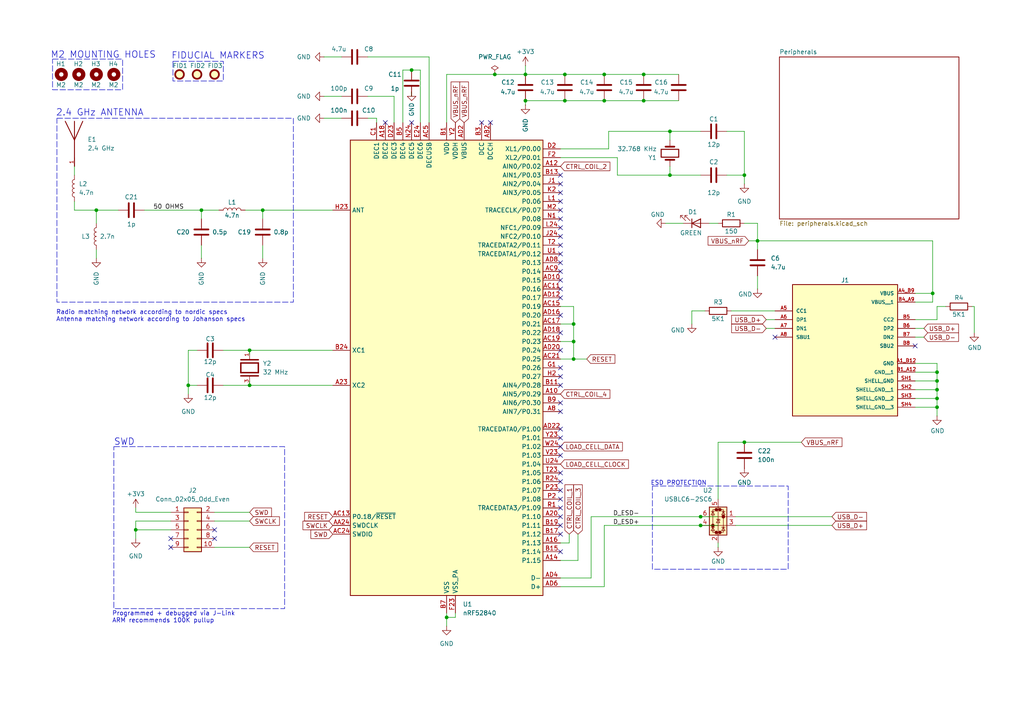
<source format=kicad_sch>
(kicad_sch (version 20250114) (generator "eeschema") (generator_version "9.0")
  (paper "A4")
  (title_block (title "Precision Powder Dispenser") (company "Belal Elsherbini"))
  (lib_symbols
    (symbol "2450AT18A0100001E:2450AT18A0100001E" (pin_names (offset 1.016))
      (property "Reference" "E" (at 3.175 5.715 0))
      (property "Value" "2450AT18A0100001E" (at 3.175 3.175 0))
      (symbol "2450AT18A0100001E_0_0"
        (polyline (pts (xy 0 8.001) (xy 0 2.54)) (stroke (width 0.254)))
        (polyline (pts (xy 0 2.54) (xy -2.667 8.001)) (stroke (width 0.254)))
        (polyline (pts (xy 0 2.54) (xy 0 -5.08)) (stroke (width 0.254)))
        (polyline (pts (xy 2.413 8.001) (xy 0 2.54)) (stroke (width 0.254)))
        (pin input line (at 0 -5.08 90) (length 2.54) (name "~") (number "1"))
      )
    )
    (symbol "Connector_Generic:Conn_02x05_Odd_Even" (pin_names (offset 1.016) (hide yes))
      (property "Reference" "J" (at 1.27 7.62 0))
      (property "Value" "Conn_02x05_Odd_Even" (at 1.27 -7.62 0))
      (symbol "Conn_02x05_Odd_Even_1_1"
        (rectangle (start -1.27 6.35) (end 3.81 -6.35) (stroke (width 0.254)) (fill (type background)))
        (rectangle (start -1.27 5.207) (end 0 4.953) (stroke (width 0.1524)))
        (rectangle (start -1.27 2.667) (end 0 2.413) (stroke (width 0.1524)))
        (rectangle (start -1.27 0.127) (end 0 -0.127) (stroke (width 0.1524)))
        (rectangle (start -1.27 -2.413) (end 0 -2.667) (stroke (width 0.1524)))
        (rectangle (start -1.27 -4.953) (end 0 -5.207) (stroke (width 0.1524)))
        (rectangle (start 3.81 5.207) (end 2.54 4.953) (stroke (width 0.1524)))
        (rectangle (start 3.81 2.667) (end 2.54 2.413) (stroke (width 0.1524)))
        (rectangle (start 3.81 0.127) (end 2.54 -0.127) (stroke (width 0.1524)))
        (rectangle (start 3.81 -2.413) (end 2.54 -2.667) (stroke (width 0.1524)))
        (rectangle (start 3.81 -4.953) (end 2.54 -5.207) (stroke (width 0.1524)))
        (pin passive line (at -5.08 5.08 0) (length 3.81) (name "Pin_1") (number "1"))
        (pin passive line (at -5.08 2.54 0) (length 3.81) (name "Pin_3") (number "3"))
        (pin passive line (at -5.08 0 0) (length 3.81) (name "Pin_5") (number "5"))
        (pin passive line (at -5.08 -2.54 0) (length 3.81) (name "Pin_7") (number "7"))
        (pin passive line (at -5.08 -5.08 0) (length 3.81) (name "Pin_9") (number "9"))
        (pin passive line (at 7.62 5.08 180) (length 3.81) (name "Pin_2") (number "2"))
        (pin passive line (at 7.62 2.54 180) (length 3.81) (name "Pin_4") (number "4"))
        (pin passive line (at 7.62 0 180) (length 3.81) (name "Pin_6") (number "6"))
        (pin passive line (at 7.62 -2.54 180) (length 3.81) (name "Pin_8") (number "8"))
        (pin passive line (at 7.62 -5.08 180) (length 3.81) (name "Pin_10") (number "10"))
      )
    )
    (symbol "Device:C" (pin_numbers (hide yes)) (pin_names (offset 0.254))
      (property "Reference" "C" (at 0.635 2.54 0))
      (property "Value" "C" (at 0.635 -2.54 0))
      (symbol "C_0_1"
        (polyline (pts (xy -2.032 0.762) (xy 2.032 0.762)) (stroke (width 0.508)))
        (polyline (pts (xy -2.032 -0.762) (xy 2.032 -0.762)) (stroke (width 0.508)))
      )
      (symbol "C_1_1"
        (pin passive line (at 0 3.81 270) (length 2.794) (name "~") (number "1"))
        (pin passive line (at 0 -3.81 90) (length 2.794) (name "~") (number "2"))
      )
    )
    (symbol "Device:Crystal" (pin_numbers (hide yes)) (pin_names (offset 1.016) (hide yes))
      (property "Reference" "Y" (at 0 3.81 0))
      (property "Value" "Crystal" (at 0 -3.81 0))
      (symbol "Crystal_0_1"
        (polyline (pts (xy -2.54 0) (xy -1.905 0)))
        (polyline (pts (xy -1.905 -1.27) (xy -1.905 1.27)) (stroke (width 0.508)))
        (rectangle (start -1.143 2.54) (end 1.143 -2.54) (stroke (width 0.3048)))
        (polyline (pts (xy 1.905 -1.27) (xy 1.905 1.27)) (stroke (width 0.508)))
        (polyline (pts (xy 2.54 0) (xy 1.905 0)))
      )
      (symbol "Crystal_1_1"
        (pin passive line (at -3.81 0 0) (length 1.27) (name "1") (number "1"))
        (pin passive line (at 3.81 0 180) (length 1.27) (name "2") (number "2"))
      )
    )
    (symbol "Device:L" (pin_numbers (hide yes)) (pin_names (offset 1.016) (hide yes))
      (property "Reference" "L" (at -1.27 0 90))
      (property "Value" "L" (at 1.905 0 90))
      (symbol "L_0_1"
        (arc (start 0 2.54) (mid 0.6323 1.905) (end 0 1.27))
        (arc (start 0 1.27) (mid 0.6323 0.635) (end 0 0))
        (arc (start 0 0) (mid 0.6323 -0.635) (end 0 -1.27))
        (arc (start 0 -1.27) (mid 0.6323 -1.905) (end 0 -2.54))
      )
      (symbol "L_1_1"
        (pin passive line (at 0 3.81 270) (length 1.27) (name "1") (number "1"))
        (pin passive line (at 0 -3.81 90) (length 1.27) (name "2") (number "2"))
      )
    )
    (symbol "Device:LED" (pin_numbers (hide yes)) (pin_names (offset 1.016) (hide yes))
      (property "Reference" "D" (at 0 2.54 0))
      (property "Value" "LED" (at 0 -2.54 0))
      (symbol "LED_0_1"
        (polyline (pts (xy -3.048 -0.762) (xy -4.572 -2.286) (xy -3.81 -2.286) (xy -4.572 -2.286) (xy -4.572 -1.524)))
        (polyline (pts (xy -1.778 -0.762) (xy -3.302 -2.286) (xy -2.54 -2.286) (xy -3.302 -2.286) (xy -3.302 -1.524)))
        (polyline (pts (xy -1.27 0) (xy 1.27 0)))
        (polyline (pts (xy -1.27 -1.27) (xy -1.27 1.27)) (stroke (width 0.254)))
        (polyline (pts (xy 1.27 -1.27) (xy 1.27 1.27) (xy -1.27 0) (xy 1.27 -1.27)) (stroke (width 0.254)))
      )
      (symbol "LED_1_1"
        (pin passive line (at -3.81 0 0) (length 2.54) (name "K") (number "1"))
        (pin passive line (at 3.81 0 180) (length 2.54) (name "A") (number "2"))
      )
    )
    (symbol "Device:R" (pin_numbers (hide yes)) (pin_names (offset 0))
      (property "Reference" "R" (at 2.032 0 90))
      (property "Value" "R" (at 0 0 90))
      (symbol "R_0_1"
        (rectangle (start -1.016 -2.54) (end 1.016 2.54) (stroke (width 0.254)))
      )
      (symbol "R_1_1"
        (pin passive line (at 0 3.81 270) (length 1.27) (name "~") (number "1"))
        (pin passive line (at 0 -3.81 90) (length 1.27) (name "~") (number "2"))
      )
    )
    (symbol "MCU_Nordic:nRF52840"
      (property "Reference" "U" (at 0 5.08 0))
      (property "Value" "nRF52840" (at 0 2.54 0))
      (symbol "nRF52840_0_1"
        (rectangle (start -27.94 66.04) (end 27.94 -66.04) (stroke (width 0.254)) (fill (type background)))
      )
      (symbol "nRF52840_1_1"
        (pin passive line (at -33.02 45.72 0) (length 5.08) (name "ANT") (number "H23"))
        (pin input line (at -33.02 5.08 0) (length 5.08) (name "XC1") (number "B24"))
        (pin input line (at -33.02 -5.08 0) (length 5.08) (name "XC2") (number "A23"))
        (pin bidirectional line (at -33.02 -43.18 0) (length 5.08) (name "P0.18/~{RESET}") (number "AC13"))
        (pin input line (at -33.02 -45.72 0) (length 5.08) (name "SWDCLK") (number "AA24"))
        (pin bidirectional line (at -33.02 -48.26 0) (length 5.08) (name "SWDIO") (number "AC24"))
        (pin passive line (at -20.32 71.12 270) (length 5.08) (name "DEC1") (number "C1"))
        (pin passive line (at -17.78 71.12 270) (length 5.08) (name "DEC2") (number "A18"))
        (pin passive line (at -15.24 71.12 270) (length 5.08) (name "DEC3") (number "D23"))
        (pin passive line (at -12.7 71.12 270) (length 5.08) (name "DEC4") (number "B5"))
        (pin passive line (at -10.16 71.12 270) (length 5.08) (name "DEC5") (number "N24"))
        (pin passive line (at -7.62 71.12 270) (length 5.08) (name "DEC6") (number "E24"))
        (pin passive line (at -5.08 71.12 270) (length 5.08) (name "DECUSB") (number "AC5"))
        (pin passive line (at 0 71.12 270) (length 5.08) (hide yes) (name "VDD") (number "A22"))
        (pin passive line (at 0 71.12 270) (length 5.08) (hide yes) (name "VDD") (number "AD14"))
        (pin passive line (at 0 71.12 270) (length 5.08) (hide yes) (name "VDD") (number "AD23"))
        (pin power_in line (at 0 71.12 270) (length 5.08) (name "VDD") (number "B1"))
        (pin passive line (at 0 71.12 270) (length 5.08) (hide yes) (name "VDD") (number "W1"))
        (pin power_in line (at 0 -71.12 90) (length 5.08) (name "VSS") (number "B7"))
        (pin passive line (at 0 -71.12 90) (length 5.08) (hide yes) (name "VSS") (number "EP"))
        (pin power_in line (at 2.54 71.12 270) (length 5.08) (name "VDDH") (number "Y2"))
        (pin power_in line (at 2.54 -71.12 90) (length 5.08) (name "VSS_PA") (number "F23"))
        (pin power_in line (at 5.08 71.12 270) (length 5.08) (name "VBUS") (number "AD2"))
        (pin power_out line (at 10.16 71.12 270) (length 5.08) (name "DCC") (number "B3"))
        (pin power_out line (at 12.7 71.12 270) (length 5.08) (name "DCCH") (number "AB2"))
        (pin bidirectional line (at 33.02 63.5 180) (length 5.08) (name "XL1/P0.00") (number "D2"))
        (pin bidirectional line (at 33.02 60.96 180) (length 5.08) (name "XL2/P0.01") (number "F2"))
        (pin bidirectional line (at 33.02 58.42 180) (length 5.08) (name "AIN0/P0.02") (number "A12"))
        (pin bidirectional line (at 33.02 55.88 180) (length 5.08) (name "AIN1/P0.03") (number "B13"))
        (pin bidirectional line (at 33.02 53.34 180) (length 5.08) (name "AIN2/P0.04") (number "J1"))
        (pin bidirectional line (at 33.02 50.8 180) (length 5.08) (name "AIN3/P0.05") (number "K2"))
        (pin bidirectional line (at 33.02 48.26 180) (length 5.08) (name "P0.06") (number "L1"))
        (pin bidirectional line (at 33.02 45.72 180) (length 5.08) (name "TRACECLK/P0.07") (number "M2"))
        (pin bidirectional line (at 33.02 43.18 180) (length 5.08) (name "P0.08") (number "N1"))
        (pin bidirectional line (at 33.02 40.64 180) (length 5.08) (name "NFC1/P0.09") (number "L24"))
        (pin bidirectional line (at 33.02 38.1 180) (length 5.08) (name "NFC2/P0.10") (number "J24"))
        (pin bidirectional line (at 33.02 35.56 180) (length 5.08) (name "TRACEDATA2/P0.11") (number "T2"))
        (pin bidirectional line (at 33.02 33.02 180) (length 5.08) (name "TRACEDATA1/P0.12") (number "U1"))
        (pin bidirectional line (at 33.02 30.48 180) (length 5.08) (name "P0.13") (number "AD8"))
        (pin bidirectional line (at 33.02 27.94 180) (length 5.08) (name "P0.14") (number "AC9"))
        (pin bidirectional line (at 33.02 25.4 180) (length 5.08) (name "P0.15") (number "AD10"))
        (pin bidirectional line (at 33.02 22.86 180) (length 5.08) (name "P0.16") (number "AC11"))
        (pin bidirectional line (at 33.02 20.32 180) (length 5.08) (name "P0.17") (number "AD12"))
        (pin bidirectional line (at 33.02 17.78 180) (length 5.08) (name "P0.19") (number "AC15"))
        (pin bidirectional line (at 33.02 15.24 180) (length 5.08) (name "P0.20") (number "AD16"))
        (pin bidirectional line (at 33.02 12.7 180) (length 5.08) (name "P0.21") (number "AC17"))
        (pin bidirectional line (at 33.02 10.16 180) (length 5.08) (name "P0.22") (number "AD18"))
        (pin bidirectional line (at 33.02 7.62 180) (length 5.08) (name "P0.23") (number "AC19"))
        (pin bidirectional line (at 33.02 5.08 180) (length 5.08) (name "P0.24") (number "AD20"))
        (pin bidirectional line (at 33.02 2.54 180) (length 5.08) (name "P0.25") (number "AC21"))
        (pin bidirectional line (at 33.02 0 180) (length 5.08) (name "P0.26") (number "G1"))
        (pin bidirectional line (at 33.02 -2.54 180) (length 5.08) (name "P0.27") (number "H2"))
        (pin bidirectional line (at 33.02 -5.08 180) (length 5.08) (name "AIN4/P0.28") (number "B11"))
        (pin bidirectional line (at 33.02 -7.62 180) (length 5.08) (name "AIN5/P0.29") (number "A10"))
        (pin bidirectional line (at 33.02 -10.16 180) (length 5.08) (name "AIN6/P0.30") (number "B9"))
        (pin bidirectional line (at 33.02 -12.7 180) (length 5.08) (name "AIN7/P0.31") (number "A8"))
        (pin bidirectional line (at 33.02 -17.78 180) (length 5.08) (name "TRACEDATA0/P1.00") (number "AD22"))
        (pin bidirectional line (at 33.02 -20.32 180) (length 5.08) (name "P1.01") (number "Y23"))
        (pin bidirectional line (at 33.02 -22.86 180) (length 5.08) (name "P1.02") (number "W24"))
        (pin bidirectional line (at 33.02 -25.4 180) (length 5.08) (name "P1.03") (number "V23"))
        (pin bidirectional line (at 33.02 -27.94 180) (length 5.08) (name "P1.04") (number "U24"))
        (pin bidirectional line (at 33.02 -30.48 180) (length 5.08) (name "P1.05") (number "T23"))
        (pin bidirectional line (at 33.02 -33.02 180) (length 5.08) (name "P1.06") (number "R24"))
        (pin bidirectional line (at 33.02 -35.56 180) (length 5.08) (name "P1.07") (number "P23"))
        (pin bidirectional line (at 33.02 -38.1 180) (length 5.08) (name "P1.08") (number "P2"))
        (pin bidirectional line (at 33.02 -40.64 180) (length 5.08) (name "TRACEDATA3/P1.09") (number "R1"))
        (pin bidirectional line (at 33.02 -43.18 180) (length 5.08) (name "P1.10") (number "A20"))
        (pin bidirectional line (at 33.02 -45.72 180) (length 5.08) (name "P1.11") (number "B19"))
        (pin bidirectional line (at 33.02 -48.26 180) (length 5.08) (name "P1.12") (number "B17"))
        (pin bidirectional line (at 33.02 -50.8 180) (length 5.08) (name "P1.13") (number "A16"))
        (pin bidirectional line (at 33.02 -53.34 180) (length 5.08) (name "P1.14") (number "B15"))
        (pin bidirectional line (at 33.02 -55.88 180) (length 5.08) (name "P1.15") (number "A14"))
        (pin bidirectional line (at 33.02 -60.96 180) (length 5.08) (name "D-") (number "AD4"))
        (pin bidirectional line (at 33.02 -63.5 180) (length 5.08) (name "D+") (number "AD6"))
      )
    )
    (symbol "Mechanical:Fiducial" (in_bom no)
      (property "Reference" "FID" (at 0 5.08 0))
      (property "Value" "Fiducial" (at 0 3.175 0))
      (symbol "Fiducial_0_1"
        (circle (center 0 0) (radius 1.27) (stroke (width 0.508)) (fill (type background)))
      )
    )
    (symbol "Mechanical:MountingHole" (pin_names (offset 1.016)) (in_bom no)
      (property "Reference" "H" (at 0 5.08 0))
      (property "Value" "MountingHole" (at 0 3.175 0))
      (symbol "MountingHole_0_1"
        (circle (center 0 0) (radius 1.27) (stroke (width 1.27)))
      )
    )
    (symbol "Power_Protection:USBLC6-2SC6" (pin_names (hide yes))
      (property "Reference" "U" (at 0.635 5.715 0))
      (property "Value" "USBLC6-2SC6" (at 0.635 3.81 0))
      (symbol "USBLC6-2SC6_0_0"
        (circle (center -1.524 0) (radius 0.0001) (stroke (width 0.508)))
        (circle (center -0.508 2.032) (radius 0.0001) (stroke (width 0.508)))
        (circle (center -0.508 -4.572) (radius 0.0001) (stroke (width 0.508)))
        (circle (center 0.508 2.032) (radius 0.0001) (stroke (width 0.508)))
        (circle (center 0.508 -4.572) (radius 0.0001) (stroke (width 0.508)))
        (circle (center 1.524 -2.54) (radius 0.0001) (stroke (width 0.508)))
      )
      (symbol "USBLC6-2SC6_0_1"
        (polyline (pts (xy -2.54 0) (xy 2.54 0)))
        (polyline (pts (xy -2.54 -2.54) (xy 2.54 -2.54)))
        (polyline (pts (xy -2.032 0.508) (xy -1.016 0.508) (xy -1.524 1.524) (xy -2.032 0.508)))
        (polyline (pts (xy -2.032 -3.048) (xy -1.016 -3.048)))
        (polyline (pts (xy -1.016 1.524) (xy -2.032 1.524)))
        (polyline (pts (xy -1.016 -4.064) (xy -2.032 -4.064) (xy -1.524 -3.048) (xy -1.016 -4.064)))
        (polyline (pts (xy -0.508 -1.143) (xy -0.508 -0.762) (xy 0.508 -0.762)))
        (polyline (pts (xy 0 2.54) (xy -0.508 2.032) (xy 0.508 2.032) (xy 0 1.524) (xy 0 -4.064) (xy -0.508 -4.572) (xy 0.508 -4.572) (xy 0 -5.08)))
        (polyline (pts (xy 0.508 -1.778) (xy -0.508 -1.778) (xy 0 -0.762) (xy 0.508 -1.778)))
        (polyline (pts (xy 1.016 1.524) (xy 2.032 1.524)))
        (polyline (pts (xy 1.016 -3.048) (xy 2.032 -3.048)))
        (polyline (pts (xy 2.032 0.508) (xy 1.016 0.508) (xy 1.524 1.524) (xy 2.032 0.508)))
        (polyline (pts (xy 2.032 -4.064) (xy 1.016 -4.064) (xy 1.524 -3.048) (xy 2.032 -4.064)))
      )
      (symbol "USBLC6-2SC6_1_1"
        (rectangle (start -2.54 2.794) (end 2.54 -5.334) (stroke (width 0.254)) (fill (type background)))
        (polyline (pts (xy -0.508 2.032) (xy -1.524 2.032) (xy -1.524 -4.572) (xy -0.508 -4.572)))
        (polyline (pts (xy 0.508 -4.572) (xy 1.524 -4.572) (xy 1.524 2.032) (xy 0.508 2.032)))
        (pin passive line (at -5.08 0 0) (length 2.54) (name "I/O1") (number "1"))
        (pin passive line (at -5.08 -2.54 0) (length 2.54) (name "I/O2") (number "3"))
        (pin passive line (at 0 5.08 270) (length 2.54) (name "VBUS") (number "5"))
        (pin passive line (at 0 -7.62 90) (length 2.54) (name "GND") (number "2"))
        (pin passive line (at 5.08 0 180) (length 2.54) (name "I/O1") (number "6"))
        (pin passive line (at 5.08 -2.54 180) (length 2.54) (name "I/O2") (number "4"))
      )
    )
    (symbol "USB4105-GF-A:USB4105-GF-A" (pin_names (offset 1.016))
      (property "Reference" "J" (at -15.24 13.97 0))
      (property "Value" "USB4105-GF-A" (at -15.24 -27.94 0))
      (symbol "USB4105-GF-A_0_0"
        (rectangle (start -15.24 -25.4) (end 15.24 12.7) (stroke (width 0.254)) (fill (type background)))
        (pin bidirectional line (at -20.32 5.08 0) (length 5.08) (name "CC1") (number "A5"))
        (pin bidirectional line (at -20.32 2.54 0) (length 5.08) (name "DP1") (number "A6"))
        (pin bidirectional line (at -20.32 0 0) (length 5.08) (name "DN1") (number "A7"))
        (pin bidirectional line (at -20.32 -2.54 0) (length 5.08) (name "SBU1") (number "A8"))
        (pin power_in line (at 20.32 10.16 180) (length 5.08) (name "VBUS") (number "A4_B9"))
        (pin power_in line (at 20.32 7.62 180) (length 5.08) (name "VBUS__1") (number "B4_A9"))
        (pin bidirectional line (at 20.32 2.54 180) (length 5.08) (name "CC2") (number "B5"))
        (pin bidirectional line (at 20.32 0 180) (length 5.08) (name "DP2") (number "B6"))
        (pin bidirectional line (at 20.32 -2.54 180) (length 5.08) (name "DN2") (number "B7"))
        (pin bidirectional line (at 20.32 -5.08 180) (length 5.08) (name "SBU2") (number "B8"))
        (pin power_in line (at 20.32 -10.16 180) (length 5.08) (name "GND") (number "A1_B12"))
        (pin power_in line (at 20.32 -12.7 180) (length 5.08) (name "GND__1") (number "B1_A12"))
        (pin power_in line (at 20.32 -15.24 180) (length 5.08) (name "SHELL_GND") (number "SH1"))
        (pin power_in line (at 20.32 -17.78 180) (length 5.08) (name "SHELL_GND__1") (number "SH2"))
        (pin power_in line (at 20.32 -20.32 180) (length 5.08) (name "SHELL_GND__2") (number "SH3"))
        (pin power_in line (at 20.32 -22.86 180) (length 5.08) (name "SHELL_GND__3") (number "SH4"))
      )
    )
    (symbol "XRCGB32M000F2P01R0:XRCGB32M000F2P01R0" (pin_names (offset 1.016))
      (property "Reference" "Y" (at -5.0878 3.8159 0))
      (property "Value" "XRCGB32M000F2P01R0" (at -5.0944 -5.0944 0))
      (symbol "XRCGB32M000F2P01R0_0_0"
        (polyline (pts (xy -2.3368 2.54) (xy -2.3368 -2.54)) (stroke (width 0.4064)))
        (polyline (pts (xy -1.397 2.54) (xy -1.397 -2.54)) (stroke (width 0.4064)))
        (polyline (pts (xy -1.397 2.54) (xy 1.397 2.54)) (stroke (width 0.4064)))
        (polyline (pts (xy 1.397 2.54) (xy 1.397 -2.54)) (stroke (width 0.4064)))
        (polyline (pts (xy 1.397 -2.54) (xy -1.397 -2.54)) (stroke (width 0.4064)))
        (polyline (pts (xy 2.3368 2.54) (xy 2.3368 -2.54)) (stroke (width 0.4064)))
        (pin passive line (at -5.08 0 0) (length 2.54) (name "~") (number "1"))
        (pin passive line (at 5.08 0 180) (length 2.54) (name "~") (number "3"))
      )
    )
    (symbol "power:+3V3" (power) (pin_numbers (hide yes)) (pin_names (offset 0) (hide yes))
      (property "Value" "+3V3" (at 0 3.556 0))
      (symbol "+3V3_0_1"
        (polyline (pts (xy -0.762 1.27) (xy 0 2.54)))
        (polyline (pts (xy 0 2.54) (xy 0.762 1.27)))
        (polyline (pts (xy 0 0) (xy 0 2.54)))
      )
      (symbol "+3V3_1_1"
        (pin power_in line (at 0 0 90) (length 0) (name "~") (number "1"))
      )
    )
    (symbol "power:GND" (power) (pin_numbers (hide yes)) (pin_names (offset 0) (hide yes))
      (property "Value" "GND" (at 0 -3.81 0))
      (symbol "GND_0_1"
        (polyline (pts (xy 0 0) (xy 0 -1.27) (xy 1.27 -1.27) (xy 0 -2.54) (xy -1.27 -1.27) (xy 0 -1.27)))
      )
      (symbol "GND_1_1"
        (pin power_in line (at 0 0 270) (length 0) (name "~") (number "1"))
      )
    )
    (symbol "power:PWR_FLAG" (power) (pin_numbers (hide yes)) (pin_names (offset 0) (hide yes))
      (property "Value" "PWR_FLAG" (at 0 3.81 0))
      (symbol "PWR_FLAG_0_0"
        (pin power_out line (at 0 0 90) (length 0) (name "~") (number "1"))
      )
      (symbol "PWR_FLAG_0_1"
        (polyline (pts (xy 0 0) (xy 0 1.27) (xy -1.016 1.905) (xy 0 2.54) (xy 1.016 1.905) (xy 0 1.27)))
      )
    )
  )
  (rectangle (start 50.165 17.78) (end 64.77 23.495) (stroke (width 0) (type dash)))
  (rectangle (start 16.51 34.29) (end 85.09 87.63) (stroke (width 0) (type dash)))
  (rectangle (start 15.24 17.145) (end 35.56 26.035) (stroke (width 0) (type dash)))
  (rectangle (start 33.02 129.54) (end 82.55 176.53) (stroke (width 0) (type dash)))
  (rectangle (start 189.23 140.97) (end 228.6 165.1) (stroke (width 0) (type dash)))
  (text "SWD" (at 36.068 128.27 0) (effects (font (size 1.905 1.905))))
  (text "2.4 GHz ANTENNA" (at 28.956 32.766 0) (effects (font (size 1.905 1.905))))
  (text "ESD PROTECTION" (at 196.85 140.208 0) (effects (font (size 1.27 1.27))))
  (text "Programmed + debugged via J-Link\nARM recommends 100K pullup" (at 32.512 179.07 0) (effects (font (size 1.27 1.27)) (justify left)))
  (text "M2 MOUNTING HOLES\n" (at 29.972 16.002 0) (effects (font (size 1.905 1.905))))
  (text "FIDUCIAL MARKERS" (at 63.246 16.256 0) (effects (font (size 1.905 1.905))))
  (text "Radio matching network according to nordic specs \nAntenna matching network according to Johanson specs" (at 16.256 91.694 0) (effects (font (size 1.27 1.27)) (justify left)))
  (junction (at 175.26 29.21))
  (junction (at 54.61 111.76))
  (junction (at 152.4 29.21))
  (junction (at 72.39 111.76))
  (junction (at 203.2 149.86))
  (junction (at 163.83 29.21))
  (junction (at 271.78 110.49))
  (junction (at 271.78 113.03))
  (junction (at 186.69 29.21))
  (junction (at 175.26 21.59))
  (junction (at 143.51 21.59))
  (junction (at 271.78 107.95))
  (junction (at 194.31 50.8))
  (junction (at 166.37 99.06))
  (junction (at 194.31 38.1))
  (junction (at 270.51 85.09))
  (junction (at 271.78 115.57))
  (junction (at 219.71 69.85))
  (junction (at 58.42 60.96))
  (junction (at 76.2 60.96))
  (junction (at 27.94 60.96))
  (junction (at 215.9 128.27))
  (junction (at 152.4 21.59))
  (junction (at 119.38 20.32))
  (junction (at 203.2 152.4))
  (junction (at 129.54 179.07))
  (junction (at 186.69 21.59))
  (junction (at 72.39 101.6))
  (junction (at 166.37 93.98))
  (junction (at 39.37 153.67))
  (junction (at 271.78 118.11))
  (junction (at 163.83 21.59))
  (junction (at 166.37 104.14))
  (junction (at 215.9 50.8))
  (no_connect (at 162.56 71.12))
  (no_connect (at 162.56 96.52))
  (no_connect (at 162.56 60.96))
  (no_connect (at 139.7 35.56))
  (no_connect (at 162.56 142.24))
  (no_connect (at 162.56 154.94))
  (no_connect (at 162.56 137.16))
  (no_connect (at 162.56 111.76))
  (no_connect (at 162.56 109.22))
  (no_connect (at 142.24 35.56))
  (no_connect (at 162.56 66.04))
  (no_connect (at 162.56 149.86))
  (no_connect (at 162.56 78.74))
  (no_connect (at 119.38 35.56))
  (no_connect (at 162.56 147.32))
  (no_connect (at 162.56 132.08))
  (no_connect (at 162.56 160.02))
  (no_connect (at 162.56 73.66))
  (no_connect (at 162.56 129.54))
  (no_connect (at 162.56 124.46))
  (no_connect (at 162.56 116.84))
  (no_connect (at 162.56 63.5))
  (no_connect (at 162.56 86.36))
  (no_connect (at 162.56 76.2))
  (no_connect (at 224.79 97.79))
  (no_connect (at 265.43 100.33))
  (no_connect (at 162.56 81.28))
  (no_connect (at 162.56 58.42))
  (no_connect (at 162.56 83.82))
  (no_connect (at 162.56 101.6))
  (no_connect (at 162.56 144.78))
  (no_connect (at 49.53 158.75))
  (no_connect (at 162.56 106.68))
  (no_connect (at 62.23 153.67))
  (no_connect (at 62.23 156.21))
  (no_connect (at 162.56 127))
  (no_connect (at 111.76 35.56))
  (no_connect (at 162.56 68.58))
  (no_connect (at 162.56 50.8))
  (no_connect (at 162.56 55.88))
  (no_connect (at 162.56 152.4))
  (no_connect (at 162.56 139.7))
  (no_connect (at 162.56 91.44))
  (no_connect (at 162.56 119.38))
  (no_connect (at 49.53 156.21))
  (no_connect (at 162.56 53.34))
  (wire (pts (xy 271.78 118.11) (xy 271.78 120.65)))
  (wire (pts (xy 204.47 90.17) (xy 200.66 90.17)))
  (wire (pts (xy 166.37 104.14) (xy 170.18 104.14)))
  (wire (pts (xy 167.64 162.56) (xy 162.56 162.56)))
  (wire (pts (xy 194.31 50.8) (xy 194.31 48.26)))
  (wire (pts (xy 132.08 179.07) (xy 129.54 179.07)))
  (wire (pts (xy 21.59 60.96) (xy 27.94 60.96)))
  (wire (pts (xy 163.83 29.21) (xy 175.26 29.21)))
  (wire (pts (xy 132.08 177.8) (xy 132.08 179.07)))
  (wire (pts (xy 162.56 104.14) (xy 166.37 104.14)))
  (wire (pts (xy 232.41 128.27) (xy 215.9 128.27)))
  (wire (pts (xy 270.51 87.63) (xy 270.51 85.09)))
  (wire (pts (xy 194.31 50.8) (xy 203.2 50.8)))
  (wire (pts (xy 54.61 111.76) (xy 54.61 114.3)))
  (wire (pts (xy 21.59 48.26) (xy 21.59 50.8)))
  (wire (pts (xy 72.39 158.75) (xy 62.23 158.75)))
  (wire (pts (xy 219.71 72.39) (xy 219.71 69.85)))
  (wire (pts (xy 186.69 21.59) (xy 196.85 21.59)))
  (wire (pts (xy 271.78 115.57) (xy 271.78 118.11)))
  (wire (pts (xy 222.25 95.25) (xy 224.79 95.25)))
  (wire (pts (xy 270.51 69.85) (xy 270.51 85.09)))
  (wire (pts (xy 162.56 45.72) (xy 179.07 45.72)))
  (wire (pts (xy 271.78 113.03) (xy 271.78 115.57)))
  (wire (pts (xy 39.37 148.59) (xy 39.37 147.32)))
  (wire (pts (xy 265.43 118.11) (xy 271.78 118.11)))
  (wire (pts (xy 271.78 88.9) (xy 274.32 88.9)))
  (wire (pts (xy 210.82 50.8) (xy 215.9 50.8)))
  (wire (pts (xy 124.46 16.51) (xy 124.46 35.56)))
  (wire (pts (xy 271.78 110.49) (xy 271.78 113.03)))
  (wire (pts (xy 27.94 60.96) (xy 34.29 60.96)))
  (wire (pts (xy 106.68 27.94) (xy 114.3 27.94)))
  (wire (pts (xy 265.43 115.57) (xy 271.78 115.57)))
  (wire (pts (xy 165.1 154.94) (xy 165.1 157.48)))
  (wire (pts (xy 93.98 16.51) (xy 99.06 16.51)))
  (wire (pts (xy 76.2 74.93) (xy 76.2 71.12)))
  (wire (pts (xy 265.43 97.79) (xy 267.97 97.79)))
  (wire (pts (xy 265.43 110.49) (xy 271.78 110.49)))
  (wire (pts (xy 219.71 64.77) (xy 219.71 69.85)))
  (wire (pts (xy 215.9 53.34) (xy 215.9 50.8)))
  (wire (pts (xy 162.56 93.98) (xy 166.37 93.98)))
  (wire (pts (xy 166.37 93.98) (xy 166.37 99.06)))
  (wire (pts (xy 152.4 21.59) (xy 163.83 21.59)))
  (wire (pts (xy 121.92 20.32) (xy 121.92 35.56)))
  (wire (pts (xy 58.42 74.93) (xy 58.42 71.12)))
  (wire (pts (xy 109.22 34.29) (xy 109.22 35.56)))
  (wire (pts (xy 143.51 21.59) (xy 152.4 21.59)))
  (wire (pts (xy 166.37 99.06) (xy 166.37 104.14)))
  (wire (pts (xy 49.53 148.59) (xy 39.37 148.59)))
  (wire (pts (xy 152.4 30.48) (xy 152.4 29.21)))
  (wire (pts (xy 271.78 88.9) (xy 271.78 92.71)))
  (wire (pts (xy 203.2 152.4) (xy 175.26 152.4)))
  (wire (pts (xy 116.84 35.56) (xy 116.84 20.32)))
  (wire (pts (xy 152.4 29.21) (xy 163.83 29.21)))
  (wire (pts (xy 58.42 63.5) (xy 58.42 60.96)))
  (wire (pts (xy 27.94 60.96) (xy 27.94 64.77)))
  (wire (pts (xy 57.15 101.6) (xy 54.61 101.6)))
  (wire (pts (xy 194.31 38.1) (xy 203.2 38.1)))
  (wire (pts (xy 162.56 99.06) (xy 166.37 99.06)))
  (wire (pts (xy 217.17 69.85) (xy 219.71 69.85)))
  (wire (pts (xy 176.53 43.18) (xy 176.53 38.1)))
  (wire (pts (xy 175.26 170.18) (xy 162.56 170.18)))
  (wire (pts (xy 271.78 105.41) (xy 271.78 107.95)))
  (wire (pts (xy 119.38 20.32) (xy 121.92 20.32)))
  (wire (pts (xy 175.26 29.21) (xy 186.69 29.21)))
  (wire (pts (xy 203.2 149.86) (xy 171.45 149.86)))
  (wire (pts (xy 205.74 64.77) (xy 208.28 64.77)))
  (wire (pts (xy 39.37 153.67) (xy 39.37 156.21)))
  (wire (pts (xy 265.43 95.25) (xy 267.97 95.25)))
  (wire (pts (xy 194.31 40.64) (xy 194.31 38.1)))
  (wire (pts (xy 210.82 38.1) (xy 215.9 38.1)))
  (wire (pts (xy 64.77 111.76) (xy 72.39 111.76)))
  (wire (pts (xy 72.39 110.49) (xy 72.39 111.76)))
  (wire (pts (xy 64.77 101.6) (xy 72.39 101.6)))
  (wire (pts (xy 76.2 60.96) (xy 76.2 63.5)))
  (wire (pts (xy 114.3 27.94) (xy 114.3 35.56)))
  (wire (pts (xy 208.28 152.4) (xy 203.2 152.4)))
  (wire (pts (xy 215.9 38.1) (xy 215.9 50.8)))
  (wire (pts (xy 72.39 101.6) (xy 72.39 102.87)))
  (wire (pts (xy 179.07 50.8) (xy 194.31 50.8)))
  (wire (pts (xy 71.12 60.96) (xy 76.2 60.96)))
  (wire (pts (xy 162.56 43.18) (xy 176.53 43.18)))
  (wire (pts (xy 179.07 45.72) (xy 179.07 50.8)))
  (wire (pts (xy 129.54 179.07) (xy 129.54 181.61)))
  (wire (pts (xy 213.36 149.86) (xy 241.3 149.86)))
  (wire (pts (xy 215.9 128.27) (xy 208.28 128.27)))
  (wire (pts (xy 152.4 19.05) (xy 152.4 21.59)))
  (wire (pts (xy 106.68 16.51) (xy 124.46 16.51)))
  (wire (pts (xy 39.37 151.13) (xy 39.37 153.67)))
  (wire (pts (xy 171.45 149.86) (xy 171.45 167.64)))
  (wire (pts (xy 93.98 34.29) (xy 99.06 34.29)))
  (wire (pts (xy 219.71 69.85) (xy 270.51 69.85)))
  (wire (pts (xy 129.54 21.59) (xy 143.51 21.59)))
  (wire (pts (xy 58.42 60.96) (xy 63.5 60.96)))
  (wire (pts (xy 162.56 88.9) (xy 166.37 88.9)))
  (wire (pts (xy 163.83 21.59) (xy 175.26 21.59)))
  (wire (pts (xy 219.71 80.01) (xy 219.71 83.82)))
  (wire (pts (xy 27.94 72.39) (xy 27.94 74.93)))
  (wire (pts (xy 215.9 64.77) (xy 219.71 64.77)))
  (wire (pts (xy 208.28 149.86) (xy 203.2 149.86)))
  (wire (pts (xy 271.78 92.71) (xy 265.43 92.71)))
  (wire (pts (xy 129.54 35.56) (xy 129.54 21.59)))
  (wire (pts (xy 175.26 152.4) (xy 175.26 170.18)))
  (wire (pts (xy 166.37 88.9) (xy 166.37 93.98)))
  (wire (pts (xy 265.43 87.63) (xy 270.51 87.63)))
  (wire (pts (xy 54.61 111.76) (xy 57.15 111.76)))
  (wire (pts (xy 49.53 151.13) (xy 39.37 151.13)))
  (wire (pts (xy 72.39 111.76) (xy 96.52 111.76)))
  (wire (pts (xy 193.04 64.77) (xy 198.12 64.77)))
  (wire (pts (xy 176.53 38.1) (xy 194.31 38.1)))
  (wire (pts (xy 62.23 151.13) (xy 72.39 151.13)))
  (wire (pts (xy 186.69 29.21) (xy 196.85 29.21)))
  (wire (pts (xy 213.36 152.4) (xy 241.3 152.4)))
  (wire (pts (xy 129.54 177.8) (xy 129.54 179.07)))
  (wire (pts (xy 265.43 107.95) (xy 271.78 107.95)))
  (wire (pts (xy 41.91 60.96) (xy 58.42 60.96)))
  (wire (pts (xy 282.575 88.9) (xy 282.575 96.52)))
  (wire (pts (xy 265.43 113.03) (xy 271.78 113.03)))
  (wire (pts (xy 72.39 101.6) (xy 96.52 101.6)))
  (wire (pts (xy 76.2 60.96) (xy 96.52 60.96)))
  (wire (pts (xy 212.09 90.17) (xy 224.79 90.17)))
  (wire (pts (xy 167.64 154.94) (xy 167.64 162.56)))
  (wire (pts (xy 265.43 105.41) (xy 271.78 105.41)))
  (wire (pts (xy 271.78 107.95) (xy 271.78 110.49)))
  (wire (pts (xy 208.28 157.48) (xy 208.28 158.75)))
  (wire (pts (xy 62.23 148.59) (xy 72.39 148.59)))
  (wire (pts (xy 281.94 88.9) (xy 282.575 88.9)))
  (wire (pts (xy 116.84 20.32) (xy 119.38 20.32)))
  (wire (pts (xy 93.98 27.94) (xy 99.06 27.94)))
  (wire (pts (xy 106.68 34.29) (xy 109.22 34.29)))
  (wire (pts (xy 175.26 21.59) (xy 186.69 21.59)))
  (wire (pts (xy 222.25 92.71) (xy 224.79 92.71)))
  (wire (pts (xy 21.59 58.42) (xy 21.59 60.96)))
  (wire (pts (xy 270.51 85.09) (xy 265.43 85.09)))
  (wire (pts (xy 39.37 153.67) (xy 49.53 153.67)))
  (wire (pts (xy 171.45 167.64) (xy 162.56 167.64)))
  (wire (pts (xy 165.1 157.48) (xy 162.56 157.48)))
  (wire (pts (xy 200.66 90.17) (xy 200.66 93.98)))
  (wire (pts (xy 119.38 26.67) (xy 119.38 27.94)))
  (wire (pts (xy 54.61 101.6) (xy 54.61 111.76)))
  (wire (pts (xy 208.28 128.27) (xy 208.28 144.78)))
  (label "D_ESD-" (at 177.8 149.86 0))
  (label "D_ESD+" (at 177.8 152.4 0))
  (label "50 OHMS" (at 44.45 60.96 0))
  (global_label "VBUS_nRF" (shape input) (at 232.41 128.27 0) (property "Intersheetrefs" "${INTERSHEET_REFS}" (effects (hide yes))))
  (global_label "USB_D+" (shape input) (at 267.97 95.25 0) (property "Intersheetrefs" "${INTERSHEET_REFS}" (effects (hide yes))))
  (global_label "SWCLK" (shape input) (at 96.52 152.4 180) (property "Intersheetrefs" "${INTERSHEET_REFS}" (effects (hide yes))))
  (global_label "RESET" (shape input) (at 170.18 104.14 0) (property "Intersheetrefs" "${INTERSHEET_REFS}" (effects (hide yes))))
  (global_label "USB_D+" (shape input) (at 222.25 92.71 180) (property "Intersheetrefs" "${INTERSHEET_REFS}" (effects (hide yes))))
  (global_label "CTRL_COIL_3" (shape input) (at 167.64 154.94 90) (property "Intersheetrefs" "${INTERSHEET_REFS}" (effects (hide yes))))
  (global_label "CTRL_COIL_2" (shape input) (at 162.56 48.26 0) (property "Intersheetrefs" "${INTERSHEET_REFS}" (effects (hide yes))))
  (global_label "USB_D-" (shape input) (at 241.3 149.86 0) (property "Intersheetrefs" "${INTERSHEET_REFS}" (effects (hide yes))))
  (global_label "SWD" (shape input) (at 96.52 154.94 180) (property "Intersheetrefs" "${INTERSHEET_REFS}" (effects (hide yes))))
  (global_label "VBUS_nRF" (shape input) (at 217.17 69.85 180) (property "Intersheetrefs" "${INTERSHEET_REFS}" (effects (hide yes))))
  (global_label "VBUS_nRF" (shape input) (at 132.08 35.56 90) (property "Intersheetrefs" "${INTERSHEET_REFS}" (effects (hide yes))))
  (global_label "RESET" (shape input) (at 72.39 158.75 0) (property "Intersheetrefs" "${INTERSHEET_REFS}" (effects (hide yes))))
  (global_label "CTRL_COIL_4" (shape input) (at 162.56 114.3 0) (property "Intersheetrefs" "${INTERSHEET_REFS}" (effects (hide yes))))
  (global_label "USB_D-" (shape input) (at 267.97 97.79 0) (property "Intersheetrefs" "${INTERSHEET_REFS}" (effects (hide yes))))
  (global_label "USB_D-" (shape input) (at 222.25 95.25 180) (property "Intersheetrefs" "${INTERSHEET_REFS}" (effects (hide yes))))
  (global_label "LOAD_CELL_CLOCK" (shape input) (at 162.56 134.62 0) (property "Intersheetrefs" "${INTERSHEET_REFS}" (effects (hide yes))))
  (global_label "LOAD_CELL_DATA" (shape input) (at 162.56 129.54 0) (property "Intersheetrefs" "${INTERSHEET_REFS}" (effects (hide yes))))
  (global_label "CTRL_COIL_1" (shape input) (at 165.1 154.94 90) (property "Intersheetrefs" "${INTERSHEET_REFS}" (effects (hide yes))))
  (global_label "USB_D+" (shape input) (at 241.3 152.4 0) (property "Intersheetrefs" "${INTERSHEET_REFS}" (effects (hide yes))))
  (global_label "RESET" (shape input) (at 96.52 149.86 180) (property "Intersheetrefs" "${INTERSHEET_REFS}" (effects (hide yes))))
  (global_label "VBUS_nRF" (shape input) (at 134.62 35.56 90) (property "Intersheetrefs" "${INTERSHEET_REFS}" (effects (hide yes))))
  (global_label "SWCLK" (shape input) (at 72.39 151.13 0) (property "Intersheetrefs" "${INTERSHEET_REFS}" (effects (hide yes))))
  (global_label "SWD" (shape input) (at 72.39 148.59 0) (property "Intersheetrefs" "${INTERSHEET_REFS}" (effects (hide yes))))
  (symbol (lib_id "Device:C") (at 38.1 60.96 90) (mirror x) (unit 1)
    (property "Reference" "C21" (at 38.1 57.15 90))
    (property "Value" "1p" (at 38.1 65.024 90))
    (property "Footprint" "Capacitor_SMD:C_0402_1005Metric" (effects (hide yes)))
    (property "Description" "Unpolarized capacitor" (effects (hide yes)))
  )
  (symbol (lib_id "power:GND") (at 152.4 30.48 0) (unit 1)
    (property "Reference" "#PWR016" (effects (hide yes)))
    (property "Value" "GND" (at 152.3999 34.29 90) (effects (justify right)))
    (property "Description" "Power symbol creates a global label with name \"GND\" , ground" (effects (hide yes)))
  )
  (symbol (lib_id "Device:L") (at 67.31 60.96 90) (unit 1)
    (property "Reference" "L1" (at 67.31 58.674 90))
    (property "Value" "4.7n" (at 67.31 62.484 90))
    (property "Footprint" "Inductor_SMD:L_0402_1005Metric" (effects (hide yes)))
    (property "Description" "Inductor" (effects (hide yes)))
  )
  (symbol (lib_id "power:GND") (at 93.98 34.29 270) (unit 1)
    (property "Reference" "#PWR012" (effects (hide yes)))
    (property "Value" "GND" (at 90.17 34.2899 90) (effects (justify right)))
    (property "Description" "Power symbol creates a global label with name \"GND\" , ground" (effects (hide yes)))
  )
  (symbol (lib_id "Power_Protection:USBLC6-2SC6") (at 208.28 149.86 0) (mirror y) (unit 1)
    (property "Reference" "U2" (at 206.6289 142.24 0) (effects (justify left)))
    (property "Value" "USBLC6-2SC6" (at 206.6289 144.78 0) (effects (justify left)))
    (property "Footprint" "Package_TO_SOT_SMD:SOT-23-6" (effects (hide yes)))
    (property "Datasheet" "https://www.st.com/resource/en/datasheet/usblc6-2.pdf" (effects (hide yes)))
    (property "Description" "Very low capacitance ESD protection diode, 2 data-line, SOT-23-6" (effects (hide yes)))
  )
  (symbol (lib_id "Device:C") (at 207.01 50.8 90) (mirror x) (unit 1)
    (property "Reference" "C2" (at 207.01 46.99 90))
    (property "Value" "12p" (at 207.01 55.88 90))
    (property "Footprint" "Capacitor_SMD:C_0402_1005Metric" (effects (hide yes)))
    (property "Description" "Unpolarized capacitor" (effects (hide yes)))
  )
  (symbol (lib_id "Mechanical:MountingHole") (at 27.94 21.59 0) (unit 1) (in_bom no)
    (property "Reference" "H3" (at 26.416 18.542 0) (effects (justify left)))
    (property "Value" "M2" (at 26.416 24.638 0) (effects (justify left)))
    (property "Footprint" "MountingHole:MountingHole_2.2mm_M2" (effects (hide yes)))
    (property "Description" "Mounting Hole without connection" (effects (hide yes)))
  )
  (symbol (lib_id "power:GND") (at 193.04 64.77 270) (unit 1)
    (property "Reference" "#PWR03" (effects (hide yes)))
    (property "Value" "GND" (at 190.754 62.23 90))
    (property "Description" "Power symbol creates a global label with name \"GND\" , ground" (effects (hide yes)))
  )
  (symbol (lib_id "power:GND") (at 282.575 96.52 0) (mirror y) (unit 1)
    (property "Reference" "#PWR015" (effects (hide yes)))
    (property "Value" "GND" (at 282.702 100.838 0))
    (property "Description" "Power symbol creates a global label with name \"GND\" , ground" (effects (hide yes)))
  )
  (symbol (lib_id "Device:C") (at 60.96 111.76 90) (unit 1)
    (property "Reference" "C4" (at 60.96 108.712 90))
    (property "Value" "12p" (at 60.96 115.316 90))
    (property "Footprint" "Capacitor_SMD:C_0402_1005Metric" (effects (hide yes)))
    (property "Description" "Unpolarized capacitor" (effects (hide yes)))
  )
  (symbol (lib_id "Mechanical:MountingHole") (at 22.86 21.59 0) (unit 1) (in_bom no)
    (property "Reference" "H2" (at 21.336 18.542 0) (effects (justify left)))
    (property "Value" "M2" (at 21.336 24.638 0) (effects (justify left)))
    (property "Footprint" "MountingHole:MountingHole_2.2mm_M2" (effects (hide yes)))
    (property "Description" "Mounting Hole without connection" (effects (hide yes)))
  )
  (symbol (lib_id "power:GND") (at 58.42 74.93 0) (unit 1)
    (property "Reference" "#PWR033" (effects (hide yes)))
    (property "Value" "GND" (at 58.4199 78.74 90) (effects (justify right)))
    (property "Description" "Power symbol creates a global label with name \"GND\" , ground" (effects (hide yes)))
  )
  (symbol (lib_id "Device:L") (at 21.59 54.61 180) (unit 1)
    (property "Reference" "L2" (at 22.86 53.3399 0) (effects (justify right)))
    (property "Value" "4.7n" (at 22.86 55.8799 0) (effects (justify right)))
    (property "Footprint" "Inductor_SMD:L_0402_1005Metric" (effects (hide yes)))
    (property "Description" "Inductor" (effects (hide yes)))
  )
  (symbol (lib_id "power:GND") (at 208.28 158.75 0) (unit 1)
    (property "Reference" "#PWR017" (effects (hide yes)))
    (property "Value" "GND" (at 208.28 162.814 0))
    (property "Description" "Power symbol creates a global label with name \"GND\" , ground" (effects (hide yes)))
  )
  (symbol (lib_id "Device:C") (at 102.87 34.29 90) (unit 1)
    (property "Reference" "C10" (at 106.934 32.004 90))
    (property "Value" "100n" (at 98.298 32.004 90))
    (property "Footprint" "Capacitor_SMD:C_0402_1005Metric" (effects (hide yes)))
    (property "Description" "Unpolarized capacitor" (effects (hide yes)))
  )
  (symbol (lib_id "MCU_Nordic:nRF52840") (at 129.54 106.68 0) (unit 1)
    (property "Reference" "U1" (at 134.2233 175.26 0) (effects (justify left)))
    (property "Value" "nRF52840" (at 134.2233 177.8 0) (effects (justify left)))
    (property "Footprint" "Package_DFN_QFN:Nordic_AQFN-73-1EP_7x7mm_P0.5mm" (effects (hide yes)))
    (property "Datasheet" "http://infocenter.nordicsemi.com/topic/com.nordic.infocenter.nrf52/dita/nrf52/chips/nrf52840.html" (effects (hide yes)))
    (property "Description" "Multiprotocol BLE/ANT/2.4 GHz/802.15.4 Cortex-M4F SoC, AQFN-73" (effects (hide yes)))
  )
  (symbol (lib_id "power:GND") (at 271.78 120.65 0) (mirror y) (unit 1)
    (property "Reference" "#PWR01" (effects (hide yes)))
    (property "Value" "GND" (at 271.907 124.968 0))
    (property "Description" "Power symbol creates a global label with name \"GND\" , ground" (effects (hide yes)))
  )
  (symbol (lib_id "power:GND") (at 27.94 74.93 0) (unit 1)
    (property "Reference" "#PWR034" (effects (hide yes)))
    (property "Value" "GND" (at 27.9399 78.74 90) (effects (justify right)))
    (property "Description" "Power symbol creates a global label with name \"GND\" , ground" (effects (hide yes)))
  )
  (symbol (lib_id "Device:C") (at 60.96 101.6 90) (unit 1)
    (property "Reference" "C3" (at 60.96 98.298 90))
    (property "Value" "12p" (at 60.96 104.902 90))
    (property "Footprint" "Capacitor_SMD:C_0402_1005Metric" (effects (hide yes)))
    (property "Description" "Unpolarized capacitor" (effects (hide yes)))
  )
  (symbol (lib_id "Device:C") (at 76.2 67.31 0) (mirror x) (unit 1)
    (property "Reference" "C19" (at 70.866 67.31 0))
    (property "Value" "0.8p" (at 81.534 67.31 0))
    (property "Footprint" "Capacitor_SMD:C_0402_1005Metric" (effects (hide yes)))
    (property "Description" "Unpolarized capacitor" (effects (hide yes)))
  )
  (symbol (lib_id "XRCGB32M000F2P01R0:XRCGB32M000F2P01R0") (at 72.39 106.68 270) (unit 1)
    (property "Reference" "Y2" (at 76.2 105.4099 90) (effects (justify left)))
    (property "Value" "32 MHz" (at 76.2 107.9499 90) (effects (justify left)))
    (property "Footprint" "XRCGB32M000F2P01R0:OSC_XRCGB32M000F2P01R0" (effects (hide yes)))
    (property "PARTREV" "N/A" (effects (hide yes)))
    (property "MANUFACTURER" "Murata Electronics" (effects (hide yes)))
    (property "MAXIMUM_PACKAGE_HEIGHT" "0.7 mm" (effects (hide yes)))
    (property "STANDARD" "Manufacturer Recommendations" (effects (hide yes)))
  )
  (symbol (lib_id "power:GND") (at 93.98 16.51 270) (unit 1)
    (property "Reference" "#PWR010" (effects (hide yes)))
    (property "Value" "GND" (at 90.17 16.5099 90) (effects (justify right)))
    (property "Description" "Power symbol creates a global label with name \"GND\" , ground" (effects (hide yes)))
  )
  (symbol (lib_id "Mechanical:Fiducial") (at 52.07 21.59 0) (unit 1) (in_bom no)
    (property "Reference" "FID1" (at 50.038 19.05 0) (effects (justify left)))
    (property "Value" "Fiducial" (effects (hide yes)))
    (property "Footprint" "Fiducial:Fiducial_0.5mm_Mask1mm" (effects (hide yes)))
    (property "Description" "Fiducial Marker" (effects (hide yes)))
  )
  (symbol (lib_id "Device:C") (at 215.9 132.08 0) (unit 1)
    (property "Reference" "C22" (at 219.71 130.8099 0) (effects (justify left)))
    (property "Value" "100n" (at 219.71 133.3499 0) (effects (justify left)))
    (property "Footprint" "Capacitor_SMD:C_0402_1005Metric" (effects (hide yes)))
    (property "Description" "Unpolarized capacitor" (effects (hide yes)))
  )
  (symbol (lib_id "Device:C") (at 186.69 25.4 180) (unit 1)
    (property "Reference" "C15" (at 181.61 23.876 0))
    (property "Value" "4.7u" (at 181.61 26.67 0))
    (property "Footprint" "Capacitor_SMD:C_0402_1005Metric" (effects (hide yes)))
    (property "Description" "Unpolarized capacitor" (effects (hide yes)))
  )
  (symbol (lib_id "Device:R") (at 278.13 88.9 270) (mirror x) (unit 1)
    (property "Reference" "R4" (at 278.13 86.36 90))
    (property "Value" "5K1" (at 278.13 91.186 90))
    (property "Footprint" "Resistor_SMD:R_0603_1608Metric" (effects (hide yes)))
    (property "Description" "Resistor" (effects (hide yes)))
  )
  (symbol (lib_id "power:GND") (at 76.2 74.93 0) (unit 1)
    (property "Reference" "#PWR032" (effects (hide yes)))
    (property "Value" "GND" (at 76.1999 78.74 90) (effects (justify right)))
    (property "Description" "Power symbol creates a global label with name \"GND\" , ground" (effects (hide yes)))
  )
  (symbol (lib_id "Device:C") (at 152.4 25.4 180) (unit 1)
    (property "Reference" "C12" (at 147.32 23.876 0))
    (property "Value" "4.7u" (at 147.32 26.67 0))
    (property "Footprint" "Capacitor_SMD:C_0402_1005Metric" (effects (hide yes)))
    (property "Description" "Unpolarized capacitor" (effects (hide yes)))
  )
  (symbol (lib_id "power:PWR_FLAG") (at 143.51 21.59 0) (unit 1)
    (property "Reference" "#FLG01" (effects (hide yes)))
    (property "Value" "PWR_FLAG" (at 143.51 16.51 0))
    (property "Description" "Special symbol for telling ERC where power comes from" (effects (hide yes)))
  )
  (symbol (lib_id "Device:C") (at 102.87 16.51 90) (unit 1)
    (property "Reference" "C8" (at 106.934 14.224 90))
    (property "Value" "4.7u" (at 98.298 14.224 90))
    (property "Footprint" "Capacitor_SMD:C_0402_1005Metric" (effects (hide yes)))
    (property "Description" "Unpolarized capacitor" (effects (hide yes)))
  )
  (symbol (lib_id "Mechanical:MountingHole") (at 33.02 21.59 0) (unit 1) (in_bom no)
    (property "Reference" "H4" (at 31.496 18.542 0) (effects (justify left)))
    (property "Value" "M2" (at 31.496 24.638 0) (effects (justify left)))
    (property "Footprint" "MountingHole:MountingHole_2.2mm_M2" (effects (hide yes)))
    (property "Description" "Mounting Hole without connection" (effects (hide yes)))
  )
  (symbol (lib_id "Device:Crystal") (at 194.31 44.45 270) (unit 1)
    (property "Reference" "Y1" (at 190.5 45.7201 90) (effects (justify right)))
    (property "Value" "32.768 KHz" (at 190.5 43.1801 90) (effects (justify right)))
    (property "Footprint" "ECS-:XTAL_ECS-.327-9-34B-TR" (effects (hide yes)))
    (property "Description" "Two pin crystal" (effects (hide yes)))
  )
  (symbol (lib_id "Device:C") (at 196.85 25.4 180) (unit 1)
    (property "Reference" "C16" (at 191.77 23.876 0))
    (property "Value" "4.7u" (at 191.77 26.67 0))
    (property "Footprint" "Capacitor_SMD:C_0402_1005Metric" (effects (hide yes)))
    (property "Description" "Unpolarized capacitor" (effects (hide yes)))
  )
  (symbol (lib_id "power:GND") (at 200.66 93.98 0) (unit 1)
    (property "Reference" "#PWR08" (effects (hide yes)))
    (property "Value" "GND" (at 196.596 95.758 0))
    (property "Description" "Power symbol creates a global label with name \"GND\" , ground" (effects (hide yes)))
  )
  (symbol (lib_id "power:GND") (at 54.61 114.3 0) (unit 1)
    (property "Reference" "#PWR04" (effects (hide yes)))
    (property "Value" "GND" (at 54.61 119.38 0))
    (property "Description" "Power symbol creates a global label with name \"GND\" , ground" (effects (hide yes)))
  )
  (symbol (lib_id "Device:C") (at 58.42 67.31 0) (mirror x) (unit 1)
    (property "Reference" "C20" (at 53.086 67.31 0))
    (property "Value" "0.5p" (at 63.754 67.31 0))
    (property "Footprint" "Capacitor_SMD:C_0402_1005Metric" (effects (hide yes)))
    (property "Description" "Unpolarized capacitor" (effects (hide yes)))
  )
  (symbol (lib_id "power:GND") (at 39.37 156.21 0) (mirror y) (unit 1)
    (property "Reference" "#PWR09" (effects (hide yes)))
    (property "Value" "GND" (at 39.37 161.29 0))
    (property "Description" "Power symbol creates a global label with name \"GND\" , ground" (effects (hide yes)))
  )
  (symbol (lib_id "Device:L") (at 27.94 68.58 180) (unit 1)
    (property "Reference" "L3" (at 23.622 68.58 0) (effects (justify right)))
    (property "Value" "2.7n" (at 28.956 68.58 0) (effects (justify right)))
    (property "Footprint" "Inductor_SMD:L_0402_1005Metric" (effects (hide yes)))
    (property "Description" "Inductor" (effects (hide yes)))
  )
  (symbol (lib_id "Device:C") (at 175.26 25.4 180) (unit 1)
    (property "Reference" "C14" (at 170.18 23.876 0))
    (property "Value" "4.7u" (at 170.18 26.67 0))
    (property "Footprint" "Capacitor_SMD:C_0402_1005Metric" (effects (hide yes)))
    (property "Description" "Unpolarized capacitor" (effects (hide yes)))
  )
  (symbol (lib_id "Device:R") (at 208.28 90.17 90) (unit 1)
    (property "Reference" "R3" (at 208.28 87.63 90))
    (property "Value" "5K1" (at 208.28 92.456 90))
    (property "Footprint" "Resistor_SMD:R_0603_1608Metric" (effects (hide yes)))
    (property "Description" "Resistor" (effects (hide yes)))
  )
  (symbol (lib_id "Connector_Generic:Conn_02x05_Odd_Even") (at 54.61 153.67 0) (unit 1)
    (property "Reference" "J2" (at 55.88 142.24 0))
    (property "Value" "Conn_02x05_Odd_Even" (at 55.88 144.78 0))
    (property "Footprint" "20021521-00010C1LF:AMPHENOL_20021521-00010C1LF" (effects (hide yes)))
    (property "Description" "Generic connector, double row, 02x05, odd/even pin numbering scheme (row 1 odd numbers, row 2 even numbers), script generated (kicad-library-utils/schlib/autogen/connector/)" (effects (hide yes)))
  )
  (symbol (lib_id "power:+3V3") (at 39.37 147.32 0) (unit 1)
    (property "Reference" "#PWR06" (effects (hide yes)))
    (property "Value" "+3V3" (at 39.37 143.256 0))
    (property "Description" "Power symbol creates a global label with name \"+3V3\"" (effects (hide yes)))
  )
  (symbol (lib_id "Device:C") (at 102.87 27.94 90) (unit 1)
    (property "Reference" "C9" (at 106.934 25.654 90))
    (property "Value" "100p" (at 98.298 25.654 90))
    (property "Footprint" "Capacitor_SMD:C_0402_1005Metric" (effects (hide yes)))
    (property "Description" "Unpolarized capacitor" (effects (hide yes)))
  )
  (symbol (lib_id "power:GND") (at 215.9 53.34 0) (unit 1)
    (property "Reference" "#PWR02" (effects (hide yes)))
    (property "Value" "GND" (at 215.9 58.42 0))
    (property "Description" "Power symbol creates a global label with name \"GND\" , ground" (effects (hide yes)))
  )
  (symbol (lib_id "Device:C") (at 207.01 38.1 90) (mirror x) (unit 1)
    (property "Reference" "C1" (at 207.01 34.544 90))
    (property "Value" "12p" (at 207.01 41.91 90))
    (property "Footprint" "Capacitor_SMD:C_0402_1005Metric" (effects (hide yes)))
    (property "Description" "Unpolarized capacitor" (effects (hide yes)))
  )
  (symbol (lib_id "power:GND") (at 219.71 83.82 0) (unit 1)
    (property "Reference" "#PWR07" (effects (hide yes)))
    (property "Value" "GND" (at 216.154 85.344 0))
    (property "Description" "Power symbol creates a global label with name \"GND\" , ground" (effects (hide yes)))
  )
  (symbol (lib_id "Device:R") (at 212.09 64.77 90) (unit 1)
    (property "Reference" "R1" (at 212.09 62.23 90))
    (property "Value" "150" (at 212.09 67.056 90))
    (property "Footprint" "Resistor_SMD:R_0603_1608Metric" (effects (hide yes)))
    (property "Description" "Resistor" (effects (hide yes)))
  )
  (symbol (lib_id "power:GND") (at 129.54 181.61 0) (unit 1)
    (property "Reference" "#PWR014" (effects (hide yes)))
    (property "Value" "GND" (at 129.54 186.69 0))
    (property "Description" "Power symbol creates a global label with name \"GND\" , ground" (effects (hide yes)))
  )
  (symbol (lib_id "Device:C") (at 163.83 25.4 180) (unit 1)
    (property "Reference" "C13" (at 158.75 23.876 0))
    (property "Value" "4.7u" (at 158.75 26.67 0))
    (property "Footprint" "Capacitor_SMD:C_0402_1005Metric" (effects (hide yes)))
    (property "Description" "Unpolarized capacitor" (effects (hide yes)))
  )
  (symbol (lib_id "Mechanical:Fiducial") (at 62.23 21.59 0) (unit 1) (in_bom no)
    (property "Reference" "FID3" (at 60.198 19.05 0) (effects (justify left)))
    (property "Value" "Fiducial" (effects (hide yes)))
    (property "Footprint" "Fiducial:Fiducial_0.5mm_Mask1mm" (effects (hide yes)))
    (property "Description" "Fiducial Marker" (effects (hide yes)))
  )
  (symbol (lib_id "Mechanical:Fiducial") (at 57.15 21.59 0) (unit 1) (in_bom no)
    (property "Reference" "FID2" (at 55.118 19.05 0) (effects (justify left)))
    (property "Value" "Fiducial" (effects (hide yes)))
    (property "Footprint" "Fiducial:Fiducial_0.5mm_Mask1mm" (effects (hide yes)))
    (property "Description" "Fiducial Marker" (effects (hide yes)))
  )
  (symbol (lib_id "power:GND") (at 93.98 27.94 270) (unit 1)
    (property "Reference" "#PWR011" (effects (hide yes)))
    (property "Value" "GND" (at 90.17 27.9399 90) (effects (justify right)))
    (property "Description" "Power symbol creates a global label with name \"GND\" , ground" (effects (hide yes)))
  )
  (symbol (lib_id "2450AT18A0100001E:2450AT18A0100001E") (at 21.59 43.18 0) (unit 1)
    (property "Reference" "E1" (at 25.4 40.4494 0) (effects (justify left)))
    (property "Value" "2.4 GHz" (at 25.4 42.9894 0) (effects (justify left)))
    (property "Footprint" "2450Ant:2450AT18A100E_JOT" (effects (hide yes)))
    (property "PARTREV" "4.0" (effects (hide yes)))
    (property "STANDARD" "Manufacturer recommendations" (effects (hide yes)))
    (property "MAXIMUM_PACKAGE_HEIGHT" "1.40 mm" (effects (hide yes)))
    (property "MANUFACTURER" "Johanson Technology" (effects (hide yes)))
  )
  (symbol (lib_id "Mechanical:MountingHole") (at 17.78 21.59 0) (unit 1) (in_bom no)
    (property "Reference" "H1" (at 16.256 18.542 0) (effects (justify left)))
    (property "Value" "M2" (at 16.256 24.638 0) (effects (justify left)))
    (property "Footprint" "MountingHole:MountingHole_2.2mm_M2" (effects (hide yes)))
    (property "Description" "Mounting Hole without connection" (effects (hide yes)))
  )
  (symbol (lib_id "USB4105-GF-A:USB4105-GF-A") (at 245.11 95.25 0) (unit 1)
    (property "Reference" "J1" (at 245.11 81.28 0))
    (property "Value" "USB4105-GF-A" (effects (hide yes)))
    (property "Footprint" "USB4105_GF_A:GCT_USB4105-GF-A" (effects (hide yes)))
    (property "PARTREV" "B4" (effects (hide yes)))
    (property "STANDARD" "Manufacturer Recommendations" (effects (hide yes)))
    (property "MAXIMUM_PACKAGE_HEIGHT" "3.31 mm" (effects (hide yes)))
    (property "MANUFACTURER" "GCT" (effects (hide yes)))
  )
  (symbol (lib_id "power:GND") (at 215.9 135.89 0) (unit 1)
    (property "Reference" "#PWR018" (effects (hide yes)))
    (property "Value" "GND" (at 215.9 139.954 0))
    (property "Description" "Power symbol creates a global label with name \"GND\" , ground" (effects (hide yes)))
  )
  (symbol (lib_id "Device:C") (at 119.38 24.13 180) (unit 1)
    (property "Reference" "C11" (at 114.554 21.59 0))
    (property "Value" "1p" (at 114.554 25.654 0))
    (property "Footprint" "Capacitor_SMD:C_0402_1005Metric" (effects (hide yes)))
    (property "Description" "Unpolarized capacitor" (effects (hide yes)))
  )
  (symbol (lib_id "power:+3V3") (at 152.4 19.05 0) (unit 1)
    (property "Reference" "#PWR05" (effects (hide yes)))
    (property "Value" "+3V3" (at 152.4 14.986 0))
    (property "Description" "Power symbol creates a global label with name \"+3V3\"" (effects (hide yes)))
  )
  (symbol (lib_id "Device:C") (at 219.71 76.2 0) (unit 1)
    (property "Reference" "C6" (at 223.52 74.9299 0) (effects (justify left)))
    (property "Value" "4.7u" (at 223.52 77.4699 0) (effects (justify left)))
    (property "Footprint" "Capacitor_SMD:C_0402_1005Metric" (effects (hide yes)))
    (property "Description" "Unpolarized capacitor" (effects (hide yes)))
  )
  (symbol (lib_id "Device:LED") (at 201.93 64.77 0) (mirror x) (unit 1)
    (property "Reference" "D1" (at 200.914 61.468 0))
    (property "Value" "GREEN" (at 200.406 67.564 0))
    (property "Footprint" "LED_SMD:LED_0603_1608Metric" (effects (hide yes)))
    (property "Description" "Light emitting diode" (effects (hide yes)))
    (property "Sim.Pins" "1=K 2=A" (effects (hide yes)))
  )
  (symbol (lib_id "power:GND") (at 119.38 26.67 0) (unit 1)
    (property "Reference" "#PWR013" (effects (hide yes)))
    (property "Value" "GND" (at 119.38 29.718 90) (effects (justify right)))
    (property "Description" "Power symbol creates a global label with name \"GND\" , ground" (effects (hide yes)))
  )
  (sheet (at 226.06 16.51) (size 52.07 46.99) (stroke (width 0.1524))
    (property "Sheetname" "Peripherals" (at 226.06 15.7984 0) (effects (justify left bottom)))
    (property "Sheetfile" "peripherals.kicad_sch" (at 226.06 64.0846 0) (effects (justify left top)))
  )
)
</source>
